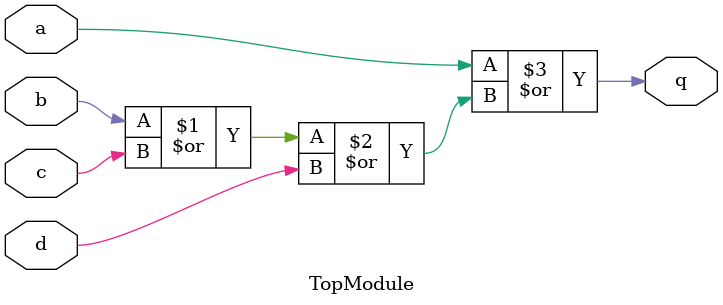
<source format=sv>

module TopModule (
    input wire a,
    input wire b,
    input wire c,
    input wire d,
    output wire q
);

assign q = a | (b | c | d);

endmodule

// VERILOG-EVAL: errant inclusion of module definition

</source>
